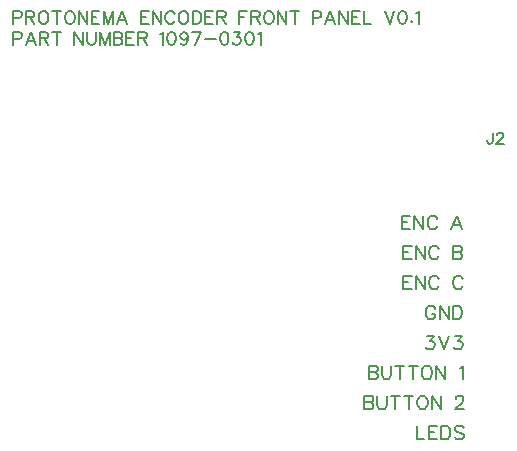
<source format=gto>
G04 Layer: TopSilkscreenLayer*
G04 EasyEDA v6.5.34, 2023-08-21 18:11:39*
G04 6d2c9ce6f5f94ecfb8a2c94fd3e2ab2e,5a6b42c53f6a479593ecc07194224c93,10*
G04 Gerber Generator version 0.2*
G04 Scale: 100 percent, Rotated: No, Reflected: No *
G04 Dimensions in millimeters *
G04 leading zeros omitted , absolute positions ,4 integer and 5 decimal *
%FSLAX45Y45*%
%MOMM*%

%ADD10C,0.1524*%

%LPD*%
D10*
X762000Y5423915D02*
G01*
X762000Y5314950D01*
X762000Y5423915D02*
G01*
X808736Y5423915D01*
X824229Y5418836D01*
X829563Y5413502D01*
X834644Y5403087D01*
X834644Y5387594D01*
X829563Y5377179D01*
X824229Y5372100D01*
X808736Y5366765D01*
X762000Y5366765D01*
X910589Y5423915D02*
G01*
X868934Y5314950D01*
X910589Y5423915D02*
G01*
X952245Y5314950D01*
X884681Y5351271D02*
G01*
X936497Y5351271D01*
X986536Y5423915D02*
G01*
X986536Y5314950D01*
X986536Y5423915D02*
G01*
X1033271Y5423915D01*
X1048765Y5418836D01*
X1054100Y5413502D01*
X1059179Y5403087D01*
X1059179Y5392673D01*
X1054100Y5382260D01*
X1048765Y5377179D01*
X1033271Y5372100D01*
X986536Y5372100D01*
X1022857Y5372100D02*
G01*
X1059179Y5314950D01*
X1129792Y5423915D02*
G01*
X1129792Y5314950D01*
X1093470Y5423915D02*
G01*
X1166113Y5423915D01*
X1280413Y5423915D02*
G01*
X1280413Y5314950D01*
X1280413Y5423915D02*
G01*
X1353312Y5314950D01*
X1353312Y5423915D02*
G01*
X1353312Y5314950D01*
X1387602Y5423915D02*
G01*
X1387602Y5345937D01*
X1392681Y5330444D01*
X1403095Y5320029D01*
X1418589Y5314950D01*
X1429004Y5314950D01*
X1444752Y5320029D01*
X1455165Y5330444D01*
X1460245Y5345937D01*
X1460245Y5423915D01*
X1494536Y5423915D02*
G01*
X1494536Y5314950D01*
X1494536Y5423915D02*
G01*
X1536192Y5314950D01*
X1577594Y5423915D02*
G01*
X1536192Y5314950D01*
X1577594Y5423915D02*
G01*
X1577594Y5314950D01*
X1611884Y5423915D02*
G01*
X1611884Y5314950D01*
X1611884Y5423915D02*
G01*
X1658620Y5423915D01*
X1674368Y5418836D01*
X1679447Y5413502D01*
X1684781Y5403087D01*
X1684781Y5392673D01*
X1679447Y5382260D01*
X1674368Y5377179D01*
X1658620Y5372100D01*
X1611884Y5372100D02*
G01*
X1658620Y5372100D01*
X1674368Y5366765D01*
X1679447Y5361686D01*
X1684781Y5351271D01*
X1684781Y5335523D01*
X1679447Y5325110D01*
X1674368Y5320029D01*
X1658620Y5314950D01*
X1611884Y5314950D01*
X1719071Y5423915D02*
G01*
X1719071Y5314950D01*
X1719071Y5423915D02*
G01*
X1786636Y5423915D01*
X1719071Y5372100D02*
G01*
X1760473Y5372100D01*
X1719071Y5314950D02*
G01*
X1786636Y5314950D01*
X1820926Y5423915D02*
G01*
X1820926Y5314950D01*
X1820926Y5423915D02*
G01*
X1867662Y5423915D01*
X1883155Y5418836D01*
X1888489Y5413502D01*
X1893570Y5403087D01*
X1893570Y5392673D01*
X1888489Y5382260D01*
X1883155Y5377179D01*
X1867662Y5372100D01*
X1820926Y5372100D01*
X1857247Y5372100D02*
G01*
X1893570Y5314950D01*
X2007870Y5403087D02*
G01*
X2018284Y5408421D01*
X2033777Y5423915D01*
X2033777Y5314950D01*
X2099309Y5423915D02*
G01*
X2083815Y5418836D01*
X2073402Y5403087D01*
X2068068Y5377179D01*
X2068068Y5361686D01*
X2073402Y5335523D01*
X2083815Y5320029D01*
X2099309Y5314950D01*
X2109724Y5314950D01*
X2125218Y5320029D01*
X2135631Y5335523D01*
X2140965Y5361686D01*
X2140965Y5377179D01*
X2135631Y5403087D01*
X2125218Y5418836D01*
X2109724Y5423915D01*
X2099309Y5423915D01*
X2242820Y5387594D02*
G01*
X2237486Y5372100D01*
X2227072Y5361686D01*
X2211577Y5356352D01*
X2206243Y5356352D01*
X2190750Y5361686D01*
X2180336Y5372100D01*
X2175256Y5387594D01*
X2175256Y5392673D01*
X2180336Y5408421D01*
X2190750Y5418836D01*
X2206243Y5423915D01*
X2211577Y5423915D01*
X2227072Y5418836D01*
X2237486Y5408421D01*
X2242820Y5387594D01*
X2242820Y5361686D01*
X2237486Y5335523D01*
X2227072Y5320029D01*
X2211577Y5314950D01*
X2201163Y5314950D01*
X2185670Y5320029D01*
X2180336Y5330444D01*
X2349754Y5423915D02*
G01*
X2297684Y5314950D01*
X2277109Y5423915D02*
G01*
X2349754Y5423915D01*
X2384043Y5361686D02*
G01*
X2477515Y5361686D01*
X2543047Y5423915D02*
G01*
X2527300Y5418836D01*
X2517140Y5403087D01*
X2511806Y5377179D01*
X2511806Y5361686D01*
X2517140Y5335523D01*
X2527300Y5320029D01*
X2543047Y5314950D01*
X2553461Y5314950D01*
X2568956Y5320029D01*
X2579370Y5335523D01*
X2584450Y5361686D01*
X2584450Y5377179D01*
X2579370Y5403087D01*
X2568956Y5418836D01*
X2553461Y5423915D01*
X2543047Y5423915D01*
X2629154Y5423915D02*
G01*
X2686304Y5423915D01*
X2655315Y5382260D01*
X2670809Y5382260D01*
X2681224Y5377179D01*
X2686304Y5372100D01*
X2691638Y5356352D01*
X2691638Y5345937D01*
X2686304Y5330444D01*
X2675890Y5320029D01*
X2660395Y5314950D01*
X2644902Y5314950D01*
X2629154Y5320029D01*
X2624074Y5325110D01*
X2618740Y5335523D01*
X2757170Y5423915D02*
G01*
X2741422Y5418836D01*
X2731008Y5403087D01*
X2725927Y5377179D01*
X2725927Y5361686D01*
X2731008Y5335523D01*
X2741422Y5320029D01*
X2757170Y5314950D01*
X2767329Y5314950D01*
X2783077Y5320029D01*
X2793491Y5335523D01*
X2798572Y5361686D01*
X2798572Y5377179D01*
X2793491Y5403087D01*
X2783077Y5418836D01*
X2767329Y5423915D01*
X2757170Y5423915D01*
X2832861Y5403087D02*
G01*
X2843275Y5408421D01*
X2858770Y5423915D01*
X2858770Y5314950D01*
X762000Y5601715D02*
G01*
X762000Y5492750D01*
X762000Y5601715D02*
G01*
X808736Y5601715D01*
X824229Y5596636D01*
X829563Y5591302D01*
X834644Y5580887D01*
X834644Y5565394D01*
X829563Y5554979D01*
X824229Y5549900D01*
X808736Y5544565D01*
X762000Y5544565D01*
X868934Y5601715D02*
G01*
X868934Y5492750D01*
X868934Y5601715D02*
G01*
X915670Y5601715D01*
X931418Y5596636D01*
X936497Y5591302D01*
X941831Y5580887D01*
X941831Y5570473D01*
X936497Y5560060D01*
X931418Y5554979D01*
X915670Y5549900D01*
X868934Y5549900D01*
X905510Y5549900D02*
G01*
X941831Y5492750D01*
X1007110Y5601715D02*
G01*
X996950Y5596636D01*
X986536Y5586221D01*
X981202Y5575807D01*
X976121Y5560060D01*
X976121Y5534152D01*
X981202Y5518657D01*
X986536Y5508244D01*
X996950Y5497829D01*
X1007110Y5492750D01*
X1027937Y5492750D01*
X1038352Y5497829D01*
X1048765Y5508244D01*
X1054100Y5518657D01*
X1059179Y5534152D01*
X1059179Y5560060D01*
X1054100Y5575807D01*
X1048765Y5586221D01*
X1038352Y5596636D01*
X1027937Y5601715D01*
X1007110Y5601715D01*
X1129792Y5601715D02*
G01*
X1129792Y5492750D01*
X1093470Y5601715D02*
G01*
X1166113Y5601715D01*
X1231645Y5601715D02*
G01*
X1221231Y5596636D01*
X1210818Y5586221D01*
X1205737Y5575807D01*
X1200404Y5560060D01*
X1200404Y5534152D01*
X1205737Y5518657D01*
X1210818Y5508244D01*
X1221231Y5497829D01*
X1231645Y5492750D01*
X1252473Y5492750D01*
X1262887Y5497829D01*
X1273302Y5508244D01*
X1278381Y5518657D01*
X1283715Y5534152D01*
X1283715Y5560060D01*
X1278381Y5575807D01*
X1273302Y5586221D01*
X1262887Y5596636D01*
X1252473Y5601715D01*
X1231645Y5601715D01*
X1318005Y5601715D02*
G01*
X1318005Y5492750D01*
X1318005Y5601715D02*
G01*
X1390650Y5492750D01*
X1390650Y5601715D02*
G01*
X1390650Y5492750D01*
X1424939Y5601715D02*
G01*
X1424939Y5492750D01*
X1424939Y5601715D02*
G01*
X1492504Y5601715D01*
X1424939Y5549900D02*
G01*
X1466595Y5549900D01*
X1424939Y5492750D02*
G01*
X1492504Y5492750D01*
X1526794Y5601715D02*
G01*
X1526794Y5492750D01*
X1526794Y5601715D02*
G01*
X1568450Y5492750D01*
X1609852Y5601715D02*
G01*
X1568450Y5492750D01*
X1609852Y5601715D02*
G01*
X1609852Y5492750D01*
X1685797Y5601715D02*
G01*
X1644142Y5492750D01*
X1685797Y5601715D02*
G01*
X1727200Y5492750D01*
X1659889Y5529071D02*
G01*
X1711705Y5529071D01*
X1841500Y5601715D02*
G01*
X1841500Y5492750D01*
X1841500Y5601715D02*
G01*
X1909063Y5601715D01*
X1841500Y5549900D02*
G01*
X1883155Y5549900D01*
X1841500Y5492750D02*
G01*
X1909063Y5492750D01*
X1943354Y5601715D02*
G01*
X1943354Y5492750D01*
X1943354Y5601715D02*
G01*
X2016252Y5492750D01*
X2016252Y5601715D02*
G01*
X2016252Y5492750D01*
X2128520Y5575807D02*
G01*
X2123186Y5586221D01*
X2112772Y5596636D01*
X2102358Y5601715D01*
X2081529Y5601715D01*
X2071370Y5596636D01*
X2060956Y5586221D01*
X2055622Y5575807D01*
X2050541Y5560060D01*
X2050541Y5534152D01*
X2055622Y5518657D01*
X2060956Y5508244D01*
X2071370Y5497829D01*
X2081529Y5492750D01*
X2102358Y5492750D01*
X2112772Y5497829D01*
X2123186Y5508244D01*
X2128520Y5518657D01*
X2193797Y5601715D02*
G01*
X2183384Y5596636D01*
X2172970Y5586221D01*
X2167890Y5575807D01*
X2162809Y5560060D01*
X2162809Y5534152D01*
X2167890Y5518657D01*
X2172970Y5508244D01*
X2183384Y5497829D01*
X2193797Y5492750D01*
X2214625Y5492750D01*
X2225040Y5497829D01*
X2235454Y5508244D01*
X2240534Y5518657D01*
X2245868Y5534152D01*
X2245868Y5560060D01*
X2240534Y5575807D01*
X2235454Y5586221D01*
X2225040Y5596636D01*
X2214625Y5601715D01*
X2193797Y5601715D01*
X2280158Y5601715D02*
G01*
X2280158Y5492750D01*
X2280158Y5601715D02*
G01*
X2316479Y5601715D01*
X2331974Y5596636D01*
X2342388Y5586221D01*
X2347722Y5575807D01*
X2352802Y5560060D01*
X2352802Y5534152D01*
X2347722Y5518657D01*
X2342388Y5508244D01*
X2331974Y5497829D01*
X2316479Y5492750D01*
X2280158Y5492750D01*
X2387091Y5601715D02*
G01*
X2387091Y5492750D01*
X2387091Y5601715D02*
G01*
X2454656Y5601715D01*
X2387091Y5549900D02*
G01*
X2428747Y5549900D01*
X2387091Y5492750D02*
G01*
X2454656Y5492750D01*
X2488945Y5601715D02*
G01*
X2488945Y5492750D01*
X2488945Y5601715D02*
G01*
X2535681Y5601715D01*
X2551429Y5596636D01*
X2556509Y5591302D01*
X2561590Y5580887D01*
X2561590Y5570473D01*
X2556509Y5560060D01*
X2551429Y5554979D01*
X2535681Y5549900D01*
X2488945Y5549900D01*
X2525268Y5549900D02*
G01*
X2561590Y5492750D01*
X2675890Y5601715D02*
G01*
X2675890Y5492750D01*
X2675890Y5601715D02*
G01*
X2743454Y5601715D01*
X2675890Y5549900D02*
G01*
X2717545Y5549900D01*
X2777743Y5601715D02*
G01*
X2777743Y5492750D01*
X2777743Y5601715D02*
G01*
X2824479Y5601715D01*
X2840227Y5596636D01*
X2845308Y5591302D01*
X2850641Y5580887D01*
X2850641Y5570473D01*
X2845308Y5560060D01*
X2840227Y5554979D01*
X2824479Y5549900D01*
X2777743Y5549900D01*
X2814320Y5549900D02*
G01*
X2850641Y5492750D01*
X2915920Y5601715D02*
G01*
X2905759Y5596636D01*
X2895345Y5586221D01*
X2890011Y5575807D01*
X2884931Y5560060D01*
X2884931Y5534152D01*
X2890011Y5518657D01*
X2895345Y5508244D01*
X2905759Y5497829D01*
X2915920Y5492750D01*
X2936747Y5492750D01*
X2947161Y5497829D01*
X2957575Y5508244D01*
X2962909Y5518657D01*
X2967990Y5534152D01*
X2967990Y5560060D01*
X2962909Y5575807D01*
X2957575Y5586221D01*
X2947161Y5596636D01*
X2936747Y5601715D01*
X2915920Y5601715D01*
X3002279Y5601715D02*
G01*
X3002279Y5492750D01*
X3002279Y5601715D02*
G01*
X3074924Y5492750D01*
X3074924Y5601715D02*
G01*
X3074924Y5492750D01*
X3145790Y5601715D02*
G01*
X3145790Y5492750D01*
X3109213Y5601715D02*
G01*
X3182111Y5601715D01*
X3296411Y5601715D02*
G01*
X3296411Y5492750D01*
X3296411Y5601715D02*
G01*
X3343147Y5601715D01*
X3358641Y5596636D01*
X3363975Y5591302D01*
X3369056Y5580887D01*
X3369056Y5565394D01*
X3363975Y5554979D01*
X3358641Y5549900D01*
X3343147Y5544565D01*
X3296411Y5544565D01*
X3445002Y5601715D02*
G01*
X3403345Y5492750D01*
X3445002Y5601715D02*
G01*
X3486404Y5492750D01*
X3418840Y5529071D02*
G01*
X3470909Y5529071D01*
X3520693Y5601715D02*
G01*
X3520693Y5492750D01*
X3520693Y5601715D02*
G01*
X3593591Y5492750D01*
X3593591Y5601715D02*
G01*
X3593591Y5492750D01*
X3627881Y5601715D02*
G01*
X3627881Y5492750D01*
X3627881Y5601715D02*
G01*
X3695445Y5601715D01*
X3627881Y5549900D02*
G01*
X3669284Y5549900D01*
X3627881Y5492750D02*
G01*
X3695445Y5492750D01*
X3729736Y5601715D02*
G01*
X3729736Y5492750D01*
X3729736Y5492750D02*
G01*
X3791965Y5492750D01*
X3906265Y5601715D02*
G01*
X3947922Y5492750D01*
X3989324Y5601715D02*
G01*
X3947922Y5492750D01*
X4054856Y5601715D02*
G01*
X4039361Y5596636D01*
X4028947Y5580887D01*
X4023613Y5554979D01*
X4023613Y5539486D01*
X4028947Y5513323D01*
X4039361Y5497829D01*
X4054856Y5492750D01*
X4065270Y5492750D01*
X4080763Y5497829D01*
X4091177Y5513323D01*
X4096511Y5539486D01*
X4096511Y5554979D01*
X4091177Y5580887D01*
X4080763Y5596636D01*
X4065270Y5601715D01*
X4054856Y5601715D01*
X4135881Y5518657D02*
G01*
X4130802Y5513323D01*
X4135881Y5508244D01*
X4141215Y5513323D01*
X4135881Y5518657D01*
X4175506Y5580887D02*
G01*
X4185920Y5586221D01*
X4201413Y5601715D01*
X4201413Y5492750D01*
X4820645Y4571220D02*
G01*
X4820645Y4498576D01*
X4816073Y4484860D01*
X4811501Y4480288D01*
X4802357Y4475716D01*
X4793467Y4475716D01*
X4784323Y4480288D01*
X4779751Y4484860D01*
X4775179Y4498576D01*
X4775179Y4507720D01*
X4855189Y4548614D02*
G01*
X4855189Y4553186D01*
X4859761Y4562076D01*
X4864333Y4566648D01*
X4873477Y4571220D01*
X4891511Y4571220D01*
X4900655Y4566648D01*
X4905227Y4562076D01*
X4909799Y4553186D01*
X4909799Y4544042D01*
X4905227Y4534898D01*
X4896083Y4521182D01*
X4850617Y4475716D01*
X4914371Y4475716D01*
X4051292Y3867650D02*
G01*
X4051292Y3753096D01*
X4051292Y3867650D02*
G01*
X4122158Y3867650D01*
X4051292Y3813040D02*
G01*
X4094980Y3813040D01*
X4051292Y3753096D02*
G01*
X4122158Y3753096D01*
X4158226Y3867650D02*
G01*
X4158226Y3753096D01*
X4158226Y3867650D02*
G01*
X4234680Y3753096D01*
X4234680Y3867650D02*
G01*
X4234680Y3753096D01*
X4352282Y3840218D02*
G01*
X4346948Y3851140D01*
X4336026Y3862062D01*
X4325104Y3867650D01*
X4303260Y3867650D01*
X4292338Y3862062D01*
X4281416Y3851140D01*
X4276082Y3840218D01*
X4270494Y3823962D01*
X4270494Y3796784D01*
X4276082Y3780274D01*
X4281416Y3769352D01*
X4292338Y3758430D01*
X4303260Y3753096D01*
X4325104Y3753096D01*
X4336026Y3758430D01*
X4346948Y3769352D01*
X4352282Y3780274D01*
X4516112Y3867650D02*
G01*
X4472424Y3753096D01*
X4516112Y3867650D02*
G01*
X4559546Y3753096D01*
X4488680Y3791196D02*
G01*
X4543290Y3791196D01*
X4063992Y3613650D02*
G01*
X4063992Y3499096D01*
X4063992Y3613650D02*
G01*
X4134858Y3613650D01*
X4063992Y3559040D02*
G01*
X4107680Y3559040D01*
X4063992Y3499096D02*
G01*
X4134858Y3499096D01*
X4170926Y3613650D02*
G01*
X4170926Y3499096D01*
X4170926Y3613650D02*
G01*
X4247380Y3499096D01*
X4247380Y3613650D02*
G01*
X4247380Y3499096D01*
X4364982Y3586218D02*
G01*
X4359648Y3597140D01*
X4348726Y3608062D01*
X4337804Y3613650D01*
X4315960Y3613650D01*
X4305038Y3608062D01*
X4294116Y3597140D01*
X4288782Y3586218D01*
X4283194Y3569962D01*
X4283194Y3542784D01*
X4288782Y3526274D01*
X4294116Y3515352D01*
X4305038Y3504430D01*
X4315960Y3499096D01*
X4337804Y3499096D01*
X4348726Y3504430D01*
X4359648Y3515352D01*
X4364982Y3526274D01*
X4485124Y3613650D02*
G01*
X4485124Y3499096D01*
X4485124Y3613650D02*
G01*
X4534146Y3613650D01*
X4550656Y3608062D01*
X4555990Y3602728D01*
X4561324Y3591806D01*
X4561324Y3580884D01*
X4555990Y3569962D01*
X4550656Y3564374D01*
X4534146Y3559040D01*
X4485124Y3559040D02*
G01*
X4534146Y3559040D01*
X4550656Y3553706D01*
X4555990Y3548118D01*
X4561324Y3537196D01*
X4561324Y3520940D01*
X4555990Y3510018D01*
X4550656Y3504430D01*
X4534146Y3499096D01*
X4485124Y3499096D01*
X4063992Y3359650D02*
G01*
X4063992Y3245096D01*
X4063992Y3359650D02*
G01*
X4134858Y3359650D01*
X4063992Y3305040D02*
G01*
X4107680Y3305040D01*
X4063992Y3245096D02*
G01*
X4134858Y3245096D01*
X4170926Y3359650D02*
G01*
X4170926Y3245096D01*
X4170926Y3359650D02*
G01*
X4247380Y3245096D01*
X4247380Y3359650D02*
G01*
X4247380Y3245096D01*
X4364982Y3332218D02*
G01*
X4359648Y3343140D01*
X4348726Y3354062D01*
X4337804Y3359650D01*
X4315960Y3359650D01*
X4305038Y3354062D01*
X4294116Y3343140D01*
X4288782Y3332218D01*
X4283194Y3315962D01*
X4283194Y3288784D01*
X4288782Y3272274D01*
X4294116Y3261352D01*
X4305038Y3250430D01*
X4315960Y3245096D01*
X4337804Y3245096D01*
X4348726Y3250430D01*
X4359648Y3261352D01*
X4364982Y3272274D01*
X4566912Y3332218D02*
G01*
X4561324Y3343140D01*
X4550656Y3354062D01*
X4539734Y3359650D01*
X4517890Y3359650D01*
X4506968Y3354062D01*
X4496046Y3343140D01*
X4490458Y3332218D01*
X4485124Y3315962D01*
X4485124Y3288784D01*
X4490458Y3272274D01*
X4496046Y3261352D01*
X4506968Y3250430D01*
X4517890Y3245096D01*
X4539734Y3245096D01*
X4550656Y3250430D01*
X4561324Y3261352D01*
X4566912Y3272274D01*
X4336280Y3078220D02*
G01*
X4330946Y3089142D01*
X4320024Y3100064D01*
X4309102Y3105652D01*
X4287258Y3105652D01*
X4276336Y3100064D01*
X4265414Y3089142D01*
X4259826Y3078220D01*
X4254492Y3061964D01*
X4254492Y3034786D01*
X4259826Y3018276D01*
X4265414Y3007354D01*
X4276336Y2996432D01*
X4287258Y2991098D01*
X4309102Y2991098D01*
X4320024Y2996432D01*
X4330946Y3007354D01*
X4336280Y3018276D01*
X4336280Y3034786D01*
X4309102Y3034786D02*
G01*
X4336280Y3034786D01*
X4372348Y3105652D02*
G01*
X4372348Y2991098D01*
X4372348Y3105652D02*
G01*
X4448548Y2991098D01*
X4448548Y3105652D02*
G01*
X4448548Y2991098D01*
X4484616Y3105652D02*
G01*
X4484616Y2991098D01*
X4484616Y3105652D02*
G01*
X4522970Y3105652D01*
X4539226Y3100064D01*
X4550148Y3089142D01*
X4555482Y3078220D01*
X4561070Y3061964D01*
X4561070Y3034786D01*
X4555482Y3018276D01*
X4550148Y3007354D01*
X4539226Y2996432D01*
X4522970Y2991098D01*
X4484616Y2991098D01*
X4265414Y2851652D02*
G01*
X4325358Y2851652D01*
X4292592Y2807964D01*
X4309102Y2807964D01*
X4320024Y2802376D01*
X4325358Y2797042D01*
X4330946Y2780786D01*
X4330946Y2769864D01*
X4325358Y2753354D01*
X4314436Y2742432D01*
X4298180Y2737098D01*
X4281670Y2737098D01*
X4265414Y2742432D01*
X4259826Y2748020D01*
X4254492Y2758942D01*
X4366760Y2851652D02*
G01*
X4410448Y2737098D01*
X4454136Y2851652D02*
G01*
X4410448Y2737098D01*
X4501126Y2851652D02*
G01*
X4561070Y2851652D01*
X4528304Y2807964D01*
X4544560Y2807964D01*
X4555482Y2802376D01*
X4561070Y2797042D01*
X4566404Y2780786D01*
X4566404Y2769864D01*
X4561070Y2753354D01*
X4550148Y2742432D01*
X4533638Y2737098D01*
X4517382Y2737098D01*
X4501126Y2742432D01*
X4495538Y2748020D01*
X4490204Y2758942D01*
X3771892Y2597652D02*
G01*
X3771892Y2483098D01*
X3771892Y2597652D02*
G01*
X3820914Y2597652D01*
X3837424Y2592064D01*
X3842758Y2586730D01*
X3848346Y2575808D01*
X3848346Y2564886D01*
X3842758Y2553964D01*
X3837424Y2548376D01*
X3820914Y2543042D01*
X3771892Y2543042D02*
G01*
X3820914Y2543042D01*
X3837424Y2537708D01*
X3842758Y2532120D01*
X3848346Y2521198D01*
X3848346Y2504942D01*
X3842758Y2494020D01*
X3837424Y2488432D01*
X3820914Y2483098D01*
X3771892Y2483098D01*
X3884160Y2597652D02*
G01*
X3884160Y2515864D01*
X3889748Y2499354D01*
X3900670Y2488432D01*
X3916926Y2483098D01*
X3927848Y2483098D01*
X3944358Y2488432D01*
X3955280Y2499354D01*
X3960614Y2515864D01*
X3960614Y2597652D01*
X4034782Y2597652D02*
G01*
X4034782Y2483098D01*
X3996682Y2597652D02*
G01*
X4072882Y2597652D01*
X4147050Y2597652D02*
G01*
X4147050Y2483098D01*
X4108950Y2597652D02*
G01*
X4185404Y2597652D01*
X4253984Y2597652D02*
G01*
X4243062Y2592064D01*
X4232140Y2581142D01*
X4226806Y2570220D01*
X4221472Y2553964D01*
X4221472Y2526786D01*
X4226806Y2510276D01*
X4232140Y2499354D01*
X4243062Y2488432D01*
X4253984Y2483098D01*
X4275828Y2483098D01*
X4286750Y2488432D01*
X4297672Y2499354D01*
X4303260Y2510276D01*
X4308594Y2526786D01*
X4308594Y2553964D01*
X4303260Y2570220D01*
X4297672Y2581142D01*
X4286750Y2592064D01*
X4275828Y2597652D01*
X4253984Y2597652D01*
X4344662Y2597652D02*
G01*
X4344662Y2483098D01*
X4344662Y2597652D02*
G01*
X4420862Y2483098D01*
X4420862Y2597652D02*
G01*
X4420862Y2483098D01*
X4541004Y2575808D02*
G01*
X4551926Y2581142D01*
X4568182Y2597652D01*
X4568182Y2483098D01*
X3733792Y2343652D02*
G01*
X3733792Y2229098D01*
X3733792Y2343652D02*
G01*
X3782814Y2343652D01*
X3799324Y2338064D01*
X3804658Y2332730D01*
X3810246Y2321808D01*
X3810246Y2310886D01*
X3804658Y2299964D01*
X3799324Y2294376D01*
X3782814Y2289042D01*
X3733792Y2289042D02*
G01*
X3782814Y2289042D01*
X3799324Y2283708D01*
X3804658Y2278120D01*
X3810246Y2267198D01*
X3810246Y2250942D01*
X3804658Y2240020D01*
X3799324Y2234432D01*
X3782814Y2229098D01*
X3733792Y2229098D01*
X3846060Y2343652D02*
G01*
X3846060Y2261864D01*
X3851648Y2245354D01*
X3862570Y2234432D01*
X3878826Y2229098D01*
X3889748Y2229098D01*
X3906258Y2234432D01*
X3917180Y2245354D01*
X3922514Y2261864D01*
X3922514Y2343652D01*
X3996682Y2343652D02*
G01*
X3996682Y2229098D01*
X3958582Y2343652D02*
G01*
X4034782Y2343652D01*
X4108950Y2343652D02*
G01*
X4108950Y2229098D01*
X4070850Y2343652D02*
G01*
X4147304Y2343652D01*
X4215884Y2343652D02*
G01*
X4204962Y2338064D01*
X4194040Y2327142D01*
X4188706Y2316220D01*
X4183372Y2299964D01*
X4183372Y2272786D01*
X4188706Y2256276D01*
X4194040Y2245354D01*
X4204962Y2234432D01*
X4215884Y2229098D01*
X4237728Y2229098D01*
X4248650Y2234432D01*
X4259572Y2245354D01*
X4265160Y2256276D01*
X4270494Y2272786D01*
X4270494Y2299964D01*
X4265160Y2316220D01*
X4259572Y2327142D01*
X4248650Y2338064D01*
X4237728Y2343652D01*
X4215884Y2343652D01*
X4306562Y2343652D02*
G01*
X4306562Y2229098D01*
X4306562Y2343652D02*
G01*
X4382762Y2229098D01*
X4382762Y2343652D02*
G01*
X4382762Y2229098D01*
X4508238Y2316220D02*
G01*
X4508238Y2321808D01*
X4513826Y2332730D01*
X4519160Y2338064D01*
X4530082Y2343652D01*
X4551926Y2343652D01*
X4562848Y2338064D01*
X4568436Y2332730D01*
X4573770Y2321808D01*
X4573770Y2310886D01*
X4568436Y2299964D01*
X4557514Y2283708D01*
X4502904Y2229098D01*
X4579358Y2229098D01*
X4178292Y2089652D02*
G01*
X4178292Y1975098D01*
X4178292Y1975098D02*
G01*
X4243824Y1975098D01*
X4279638Y2089652D02*
G01*
X4279638Y1975098D01*
X4279638Y2089652D02*
G01*
X4350758Y2089652D01*
X4279638Y2035042D02*
G01*
X4323326Y2035042D01*
X4279638Y1975098D02*
G01*
X4350758Y1975098D01*
X4386572Y2089652D02*
G01*
X4386572Y1975098D01*
X4386572Y2089652D02*
G01*
X4424926Y2089652D01*
X4441182Y2084064D01*
X4452104Y2073142D01*
X4457438Y2062220D01*
X4463026Y2045964D01*
X4463026Y2018786D01*
X4457438Y2002276D01*
X4452104Y1991354D01*
X4441182Y1980432D01*
X4424926Y1975098D01*
X4386572Y1975098D01*
X4575294Y2073142D02*
G01*
X4564372Y2084064D01*
X4548116Y2089652D01*
X4526272Y2089652D01*
X4510016Y2084064D01*
X4499094Y2073142D01*
X4499094Y2062220D01*
X4504428Y2051298D01*
X4510016Y2045964D01*
X4520938Y2040376D01*
X4553450Y2029708D01*
X4564372Y2024120D01*
X4569960Y2018786D01*
X4575294Y2007864D01*
X4575294Y1991354D01*
X4564372Y1980432D01*
X4548116Y1975098D01*
X4526272Y1975098D01*
X4510016Y1980432D01*
X4499094Y1991354D01*
M02*

</source>
